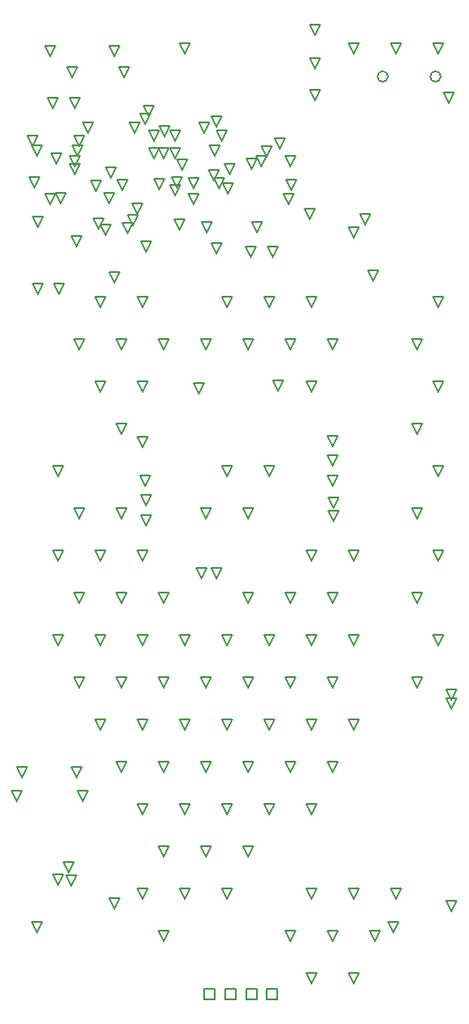
<source format=gbr>
%TF.GenerationSoftware,Altium Limited,Altium Designer,20.2.8 (258)*%
G04 Layer_Color=2752767*
%FSLAX26Y26*%
%MOIN*%
%TF.SameCoordinates,5803725C-7DB8-4FA7-A0CF-86E37554034E*%
%TF.FilePolarity,Positive*%
%TF.FileFunction,Drawing*%
%TF.Part,Single*%
G01*
G75*
%TA.AperFunction,NonConductor*%
%ADD103C,0.005000*%
%ADD104C,0.006667*%
D103*
X2071870Y1201653D02*
Y1241653D01*
X2111870D01*
Y1201653D01*
X2071870D01*
X1993130D02*
Y1241653D01*
X2033130D01*
Y1201653D01*
X1993130D01*
X1914390D02*
Y1241653D01*
X1954390D01*
Y1201653D01*
X1914390D01*
X2150610D02*
Y1241653D01*
X2190610D01*
Y1201653D01*
X2150610D01*
X1340000Y4575000D02*
X1320000Y4615000D01*
X1360000D01*
X1340000Y4575000D01*
X1690000Y4515000D02*
X1670000Y4555000D01*
X1710000D01*
X1690000Y4515000D01*
X1915000Y4480000D02*
X1895000Y4520000D01*
X1935000D01*
X1915000Y4480000D01*
X1960000Y4505000D02*
X1940000Y4545000D01*
X1980000D01*
X1960000Y4505000D01*
X2005000Y4250000D02*
X1985000Y4290000D01*
X2025000D01*
X2005000Y4250000D01*
X1970000Y4270000D02*
X1950000Y4310000D01*
X1990000D01*
X1970000Y4270000D01*
X1424000Y4325000D02*
X1404000Y4365000D01*
X1444000D01*
X1424000Y4325000D01*
X1425000Y4355000D02*
X1405000Y4395000D01*
X1445000D01*
X1425000Y4355000D01*
X1830000Y4340000D02*
X1810000Y4380000D01*
X1850000D01*
X1830000Y4340000D01*
X1961243Y4025072D02*
X1941243Y4065072D01*
X1981243D01*
X1961243Y4025072D01*
X1270000Y4275000D02*
X1250000Y4315000D01*
X1290000D01*
X1270000Y4275000D01*
X2800000Y4780000D02*
X2780000Y4820000D01*
X2820000D01*
X2800000Y4780000D01*
Y3820000D02*
X2780000Y3860000D01*
X2820000D01*
X2800000Y3820000D01*
X2720000Y3660000D02*
X2700000Y3700000D01*
X2740000D01*
X2720000Y3660000D01*
X2800000Y3500000D02*
X2780000Y3540000D01*
X2820000D01*
X2800000Y3500000D01*
X2720000Y3340000D02*
X2700000Y3380000D01*
X2740000D01*
X2720000Y3340000D01*
X2800000Y3180000D02*
X2780000Y3220000D01*
X2820000D01*
X2800000Y3180000D01*
X2720000Y3020000D02*
X2700000Y3060000D01*
X2740000D01*
X2720000Y3020000D01*
X2800000Y2860000D02*
X2780000Y2900000D01*
X2820000D01*
X2800000Y2860000D01*
X2720000Y2700000D02*
X2700000Y2740000D01*
X2740000D01*
X2720000Y2700000D01*
X2800000Y2540000D02*
X2780000Y2580000D01*
X2820000D01*
X2800000Y2540000D01*
X2720000Y2380000D02*
X2700000Y2420000D01*
X2740000D01*
X2720000Y2380000D01*
X2640000Y4780000D02*
X2620000Y4820000D01*
X2660000D01*
X2640000Y4780000D01*
Y1580000D02*
X2620000Y1620000D01*
X2660000D01*
X2640000Y1580000D01*
X2560000Y1420000D02*
X2540000Y1460000D01*
X2580000D01*
X2560000Y1420000D01*
X2480000Y4780000D02*
X2460000Y4820000D01*
X2500000D01*
X2480000Y4780000D01*
X2400000Y3660000D02*
X2380000Y3700000D01*
X2420000D01*
X2400000Y3660000D01*
X2480000Y2860000D02*
X2460000Y2900000D01*
X2500000D01*
X2480000Y2860000D01*
X2400000Y2700000D02*
X2380000Y2740000D01*
X2420000D01*
X2400000Y2700000D01*
X2480000Y2540000D02*
X2460000Y2580000D01*
X2500000D01*
X2480000Y2540000D01*
X2400000Y2380000D02*
X2380000Y2420000D01*
X2420000D01*
X2400000Y2380000D01*
X2480000Y2220000D02*
X2460000Y2260000D01*
X2500000D01*
X2480000Y2220000D01*
X2400000Y2060000D02*
X2380000Y2100000D01*
X2420000D01*
X2400000Y2060000D01*
X2480000Y1580000D02*
X2460000Y1620000D01*
X2500000D01*
X2480000Y1580000D01*
X2400000Y1420000D02*
X2380000Y1460000D01*
X2420000D01*
X2400000Y1420000D01*
X2480000Y1260000D02*
X2460000Y1300000D01*
X2500000D01*
X2480000Y1260000D01*
X2320000Y3820000D02*
X2300000Y3860000D01*
X2340000D01*
X2320000Y3820000D01*
X2240000Y3660000D02*
X2220000Y3700000D01*
X2260000D01*
X2240000Y3660000D01*
X2320000Y3500000D02*
X2300000Y3540000D01*
X2340000D01*
X2320000Y3500000D01*
Y2860000D02*
X2300000Y2900000D01*
X2340000D01*
X2320000Y2860000D01*
X2240000Y2700000D02*
X2220000Y2740000D01*
X2260000D01*
X2240000Y2700000D01*
X2320000Y2540000D02*
X2300000Y2580000D01*
X2340000D01*
X2320000Y2540000D01*
X2240000Y2380000D02*
X2220000Y2420000D01*
X2260000D01*
X2240000Y2380000D01*
X2320000Y2220000D02*
X2300000Y2260000D01*
X2340000D01*
X2320000Y2220000D01*
X2240000Y2060000D02*
X2220000Y2100000D01*
X2260000D01*
X2240000Y2060000D01*
X2320000Y1900000D02*
X2300000Y1940000D01*
X2340000D01*
X2320000Y1900000D01*
Y1580000D02*
X2300000Y1620000D01*
X2340000D01*
X2320000Y1580000D01*
X2240000Y1420000D02*
X2220000Y1460000D01*
X2260000D01*
X2240000Y1420000D01*
X2320000Y1260000D02*
X2300000Y1300000D01*
X2340000D01*
X2320000Y1260000D01*
X2160000Y3820000D02*
X2140000Y3860000D01*
X2180000D01*
X2160000Y3820000D01*
X2080000Y3660000D02*
X2060000Y3700000D01*
X2100000D01*
X2080000Y3660000D01*
X2160000Y3180000D02*
X2140000Y3220000D01*
X2180000D01*
X2160000Y3180000D01*
X2080000Y3020000D02*
X2060000Y3060000D01*
X2100000D01*
X2080000Y3020000D01*
Y2700000D02*
X2060000Y2740000D01*
X2100000D01*
X2080000Y2700000D01*
X2160000Y2540000D02*
X2140000Y2580000D01*
X2180000D01*
X2160000Y2540000D01*
X2080000Y2380000D02*
X2060000Y2420000D01*
X2100000D01*
X2080000Y2380000D01*
X2160000Y2220000D02*
X2140000Y2260000D01*
X2180000D01*
X2160000Y2220000D01*
X2080000Y2060000D02*
X2060000Y2100000D01*
X2100000D01*
X2080000Y2060000D01*
X2160000Y1900000D02*
X2140000Y1940000D01*
X2180000D01*
X2160000Y1900000D01*
X2080000Y1740000D02*
X2060000Y1780000D01*
X2100000D01*
X2080000Y1740000D01*
X2000000Y3820000D02*
X1980000Y3860000D01*
X2020000D01*
X2000000Y3820000D01*
X1920000Y3660000D02*
X1900000Y3700000D01*
X1940000D01*
X1920000Y3660000D01*
X2000000Y3180000D02*
X1980000Y3220000D01*
X2020000D01*
X2000000Y3180000D01*
X1920000Y3020000D02*
X1900000Y3060000D01*
X1940000D01*
X1920000Y3020000D01*
X2000000Y2540000D02*
X1980000Y2580000D01*
X2020000D01*
X2000000Y2540000D01*
X1920000Y2380000D02*
X1900000Y2420000D01*
X1940000D01*
X1920000Y2380000D01*
X2000000Y2220000D02*
X1980000Y2260000D01*
X2020000D01*
X2000000Y2220000D01*
X1920000Y2060000D02*
X1900000Y2100000D01*
X1940000D01*
X1920000Y2060000D01*
X2000000Y1900000D02*
X1980000Y1940000D01*
X2020000D01*
X2000000Y1900000D01*
X1920000Y1740000D02*
X1900000Y1780000D01*
X1940000D01*
X1920000Y1740000D01*
X2000000Y1580000D02*
X1980000Y1620000D01*
X2020000D01*
X2000000Y1580000D01*
X1840000Y4780000D02*
X1820000Y4820000D01*
X1860000D01*
X1840000Y4780000D01*
X1760000Y3660000D02*
X1740000Y3700000D01*
X1780000D01*
X1760000Y3660000D01*
Y2700000D02*
X1740000Y2740000D01*
X1780000D01*
X1760000Y2700000D01*
X1840000Y2540000D02*
X1820000Y2580000D01*
X1860000D01*
X1840000Y2540000D01*
X1760000Y2380000D02*
X1740000Y2420000D01*
X1780000D01*
X1760000Y2380000D01*
X1840000Y2220000D02*
X1820000Y2260000D01*
X1860000D01*
X1840000Y2220000D01*
X1760000Y2060000D02*
X1740000Y2100000D01*
X1780000D01*
X1760000Y2060000D01*
X1840000Y1900000D02*
X1820000Y1940000D01*
X1860000D01*
X1840000Y1900000D01*
X1760000Y1740000D02*
X1740000Y1780000D01*
X1780000D01*
X1760000Y1740000D01*
X1840000Y1580000D02*
X1820000Y1620000D01*
X1860000D01*
X1840000Y1580000D01*
X1760000Y1420000D02*
X1740000Y1460000D01*
X1780000D01*
X1760000Y1420000D01*
X1680000Y3820000D02*
X1660000Y3860000D01*
X1700000D01*
X1680000Y3820000D01*
X1600000Y3660000D02*
X1580000Y3700000D01*
X1620000D01*
X1600000Y3660000D01*
X1680000Y3500000D02*
X1660000Y3540000D01*
X1700000D01*
X1680000Y3500000D01*
X1600000Y3340000D02*
X1580000Y3380000D01*
X1620000D01*
X1600000Y3340000D01*
Y3020000D02*
X1580000Y3060000D01*
X1620000D01*
X1600000Y3020000D01*
X1680000Y2860000D02*
X1660000Y2900000D01*
X1700000D01*
X1680000Y2860000D01*
X1600000Y2700000D02*
X1580000Y2740000D01*
X1620000D01*
X1600000Y2700000D01*
X1680000Y2540000D02*
X1660000Y2580000D01*
X1700000D01*
X1680000Y2540000D01*
X1600000Y2380000D02*
X1580000Y2420000D01*
X1620000D01*
X1600000Y2380000D01*
X1680000Y2220000D02*
X1660000Y2260000D01*
X1700000D01*
X1680000Y2220000D01*
X1600000Y2060000D02*
X1580000Y2100000D01*
X1620000D01*
X1600000Y2060000D01*
X1680000Y1900000D02*
X1660000Y1940000D01*
X1700000D01*
X1680000Y1900000D01*
Y1580000D02*
X1660000Y1620000D01*
X1700000D01*
X1680000Y1580000D01*
X1520000Y3820000D02*
X1500000Y3860000D01*
X1540000D01*
X1520000Y3820000D01*
X1440000Y3660000D02*
X1420000Y3700000D01*
X1460000D01*
X1440000Y3660000D01*
X1520000Y3500000D02*
X1500000Y3540000D01*
X1540000D01*
X1520000Y3500000D01*
X1440000Y3020000D02*
X1420000Y3060000D01*
X1460000D01*
X1440000Y3020000D01*
X1520000Y2860000D02*
X1500000Y2900000D01*
X1540000D01*
X1520000Y2860000D01*
X1440000Y2700000D02*
X1420000Y2740000D01*
X1460000D01*
X1440000Y2700000D01*
X1520000Y2540000D02*
X1500000Y2580000D01*
X1540000D01*
X1520000Y2540000D01*
X1440000Y2380000D02*
X1420000Y2420000D01*
X1460000D01*
X1440000Y2380000D01*
X1520000Y2220000D02*
X1500000Y2260000D01*
X1540000D01*
X1520000Y2220000D01*
X1360000Y3180000D02*
X1340000Y3220000D01*
X1380000D01*
X1360000Y3180000D01*
Y2860000D02*
X1340000Y2900000D01*
X1380000D01*
X1360000Y2860000D01*
Y2540000D02*
X1340000Y2580000D01*
X1380000D01*
X1360000Y2540000D01*
X2850000Y2335000D02*
X2830000Y2375000D01*
X2870000D01*
X2850000Y2335000D01*
X2851181Y2299410D02*
X2831181Y2339410D01*
X2871181D01*
X2851181Y2299410D01*
X1705000Y4545000D02*
X1685000Y4585000D01*
X1725000D01*
X1705000Y4545000D01*
X1695000Y4030000D02*
X1675000Y4070000D01*
X1715000D01*
X1695000Y4030000D01*
X1625000Y4100000D02*
X1605000Y4140000D01*
X1645000D01*
X1625000Y4100000D01*
X1645000Y4130000D02*
X1625000Y4170000D01*
X1665000D01*
X1645000Y4130000D01*
X1762500Y4467500D02*
X1742500Y4507500D01*
X1782500D01*
X1762500Y4467500D01*
X1875000Y4210000D02*
X1855000Y4250000D01*
X1895000D01*
X1875000Y4210000D01*
Y4270000D02*
X1855000Y4310000D01*
X1895000D01*
X1875000Y4270000D01*
X1810000Y4275000D02*
X1790000Y4315000D01*
X1830000D01*
X1810000Y4275000D01*
X1802061Y4242060D02*
X1782061Y4282060D01*
X1822061D01*
X1802061Y4242060D01*
X1820000Y4115000D02*
X1800000Y4155000D01*
X1840000D01*
X1820000Y4115000D01*
X2850000Y1535000D02*
X2830000Y1575000D01*
X2870000D01*
X2850000Y1535000D01*
X1743358Y4268358D02*
X1723358Y4308358D01*
X1763358D01*
X1743358Y4268358D01*
X1575000Y1545000D02*
X1555000Y1585000D01*
X1595000D01*
X1575000Y1545000D01*
X1280000Y1455000D02*
X1260000Y1495000D01*
X1300000D01*
X1280000Y1455000D01*
X2630000D02*
X2610000Y1495000D01*
X2650000D01*
X2630000Y1455000D01*
X1660000Y4175000D02*
X1640000Y4215000D01*
X1680000D01*
X1660000Y4175000D01*
X1285000Y4125000D02*
X1265000Y4165000D01*
X1305000D01*
X1285000Y4125000D01*
X1540000Y4095000D02*
X1520000Y4135000D01*
X1560000D01*
X1540000Y4095000D01*
X1513162Y4115726D02*
X1493162Y4155726D01*
X1533162D01*
X1513162Y4115726D01*
X1410000Y1630000D02*
X1390000Y1670000D01*
X1430000D01*
X1410000Y1630000D01*
X1360000Y1635000D02*
X1340000Y1675000D01*
X1380000D01*
X1360000Y1635000D01*
X1330000Y4210000D02*
X1310000Y4250000D01*
X1350000D01*
X1330000Y4210000D01*
X1370000Y4215000D02*
X1350000Y4255000D01*
X1390000D01*
X1370000Y4215000D01*
X1455000Y1950000D02*
X1435000Y1990000D01*
X1475000D01*
X1455000Y1950000D01*
X1205000D02*
X1185000Y1990000D01*
X1225000D01*
X1205000Y1950000D01*
X1400000Y1680000D02*
X1380000Y1720000D01*
X1420000D01*
X1400000Y1680000D01*
X1225000Y2040000D02*
X1205000Y2080000D01*
X1245000D01*
X1225000Y2040000D01*
X1430000D02*
X1410000Y2080000D01*
X1450000D01*
X1430000Y2040000D01*
X2555000Y3920000D02*
X2535000Y3960000D01*
X2575000D01*
X2555000Y3920000D01*
X2480000Y4085000D02*
X2460000Y4125000D01*
X2500000D01*
X2480000Y4085000D01*
X2400224Y3144307D02*
X2380224Y3184307D01*
X2420224D01*
X2400224Y3144307D01*
X2400040Y3219961D02*
X2380040Y3259961D01*
X2420040D01*
X2400040Y3219961D01*
X1680000Y3290000D02*
X1660000Y3330000D01*
X1700000D01*
X1680000Y3290000D01*
X1895000Y3495000D02*
X1875000Y3535000D01*
X1915000D01*
X1895000Y3495000D01*
X2195000Y3505000D02*
X2175000Y3545000D01*
X2215000D01*
X2195000Y3505000D01*
X2405000Y3060000D02*
X2385000Y3100000D01*
X2425000D01*
X2405000Y3060000D01*
X1283835Y3870000D02*
X1263835Y3910000D01*
X1303835D01*
X1283835Y3870000D01*
X1695000Y3070000D02*
X1675000Y3110000D01*
X1715000D01*
X1695000Y3070000D01*
X1365000Y3870000D02*
X1345000Y3910000D01*
X1385000D01*
X1365000Y3870000D01*
X1690000Y3145000D02*
X1670000Y3185000D01*
X1710000D01*
X1690000Y3145000D01*
X2090000Y4010000D02*
X2070000Y4050000D01*
X2110000D01*
X2090000Y4010000D01*
X2175000D02*
X2155000Y4050000D01*
X2195000D01*
X2175000Y4010000D01*
X2315000Y4155000D02*
X2295000Y4195000D01*
X2335000D01*
X2315000Y4155000D01*
X2525000Y4135000D02*
X2505000Y4175000D01*
X2545000D01*
X2525000Y4135000D01*
X1905000Y2795000D02*
X1885000Y2835000D01*
X1925000D01*
X1905000Y2795000D01*
X1960000D02*
X1940000Y2835000D01*
X1980000D01*
X1960000Y2795000D01*
X2405000Y3010000D02*
X2385000Y3050000D01*
X2425000D01*
X2405000Y3010000D01*
X1695000Y2995000D02*
X1675000Y3035000D01*
X1715000D01*
X1695000Y2995000D01*
X2400000Y3295000D02*
X2380000Y3335000D01*
X2420000D01*
X2400000Y3295000D01*
X1265000Y4430000D02*
X1245000Y4470000D01*
X1285000D01*
X1265000Y4430000D01*
X1280000Y4395000D02*
X1260000Y4435000D01*
X1300000D01*
X1280000Y4395000D01*
X1435000D02*
X1415000Y4435000D01*
X1455000D01*
X1435000Y4395000D01*
X1440000Y4430000D02*
X1420000Y4470000D01*
X1460000D01*
X1440000Y4430000D01*
X2245000Y4265000D02*
X2225000Y4305000D01*
X2265000D01*
X2245000Y4265000D01*
X1955000Y4395000D02*
X1935000Y4435000D01*
X1975000D01*
X1955000Y4395000D01*
X1980000Y4450000D02*
X1960000Y4490000D01*
X2000000D01*
X1980000Y4450000D01*
X2150000Y4390000D02*
X2130000Y4430000D01*
X2170000D01*
X2150000Y4390000D01*
X2200000Y4420000D02*
X2180000Y4460000D01*
X2220000D01*
X2200000Y4420000D01*
X2240000Y4355000D02*
X2220000Y4395000D01*
X2260000D01*
X2240000Y4355000D01*
X2840000Y4595000D02*
X2820000Y4635000D01*
X2860000D01*
X2840000Y4595000D01*
X2235000Y4210000D02*
X2215000Y4250000D01*
X2255000D01*
X2235000Y4210000D01*
X2335000Y4605000D02*
X2315000Y4645000D01*
X2355000D01*
X2335000Y4605000D01*
Y4725000D02*
X2315000Y4765000D01*
X2355000D01*
X2335000Y4725000D01*
Y4850000D02*
X2315000Y4890000D01*
X2355000D01*
X2335000Y4850000D01*
X1805000Y4450000D02*
X1785000Y4490000D01*
X1825000D01*
X1805000Y4450000D01*
Y4385000D02*
X1785000Y4425000D01*
X1825000D01*
X1805000Y4385000D01*
X1760000D02*
X1740000Y4425000D01*
X1780000D01*
X1760000Y4385000D01*
X1725000Y4450000D02*
X1705000Y4490000D01*
X1745000D01*
X1725000Y4450000D01*
Y4385000D02*
X1705000Y4425000D01*
X1745000D01*
X1725000Y4385000D01*
X1950000Y4300000D02*
X1930000Y4340000D01*
X1970000D01*
X1950000Y4300000D01*
X2010000Y4325000D02*
X1990000Y4365000D01*
X2030000D01*
X2010000Y4325000D01*
X2095000Y4345000D02*
X2075000Y4385000D01*
X2115000D01*
X2095000Y4345000D01*
X1355000Y4365000D02*
X1335000Y4405000D01*
X1375000D01*
X1355000Y4365000D01*
X2130000Y4355000D02*
X2110000Y4395000D01*
X2150000D01*
X2130000Y4355000D01*
X1925000Y4105000D02*
X1905000Y4145000D01*
X1945000D01*
X1925000Y4105000D01*
X2115000D02*
X2095000Y4145000D01*
X2135000D01*
X2115000Y4105000D01*
X1475000Y4480000D02*
X1455000Y4520000D01*
X1495000D01*
X1475000Y4480000D01*
X1650000D02*
X1630000Y4520000D01*
X1670000D01*
X1650000Y4480000D01*
X1575000Y3915000D02*
X1555000Y3955000D01*
X1595000D01*
X1575000Y3915000D01*
X1430000Y4050000D02*
X1410000Y4090000D01*
X1450000D01*
X1430000Y4050000D01*
X1555000Y4215000D02*
X1535000Y4255000D01*
X1575000D01*
X1555000Y4215000D01*
X1505000Y4260000D02*
X1485000Y4300000D01*
X1525000D01*
X1505000Y4260000D01*
X1605000Y4265000D02*
X1585000Y4305000D01*
X1625000D01*
X1605000Y4265000D01*
X1560000Y4310000D02*
X1540000Y4350000D01*
X1580000D01*
X1560000Y4310000D01*
X1415000Y4690000D02*
X1395000Y4730000D01*
X1435000D01*
X1415000Y4690000D01*
X1610000Y4689882D02*
X1590000Y4729882D01*
X1630000D01*
X1610000Y4689882D01*
X1330000Y4770000D02*
X1310000Y4810000D01*
X1350000D01*
X1330000Y4770000D01*
X1575000D02*
X1555000Y4810000D01*
X1595000D01*
X1575000Y4770000D01*
X1425000Y4575000D02*
X1405000Y4615000D01*
X1445000D01*
X1425000Y4575000D01*
D104*
X2610000Y4693740D02*
G03*
X2610000Y4693740I-20000J0D01*
G01*
X2810000D02*
G03*
X2810000Y4693740I-20000J0D01*
G01*
%TF.MD5,f339d6b9b36dcf4cbb12045e987b9738*%
M02*

</source>
